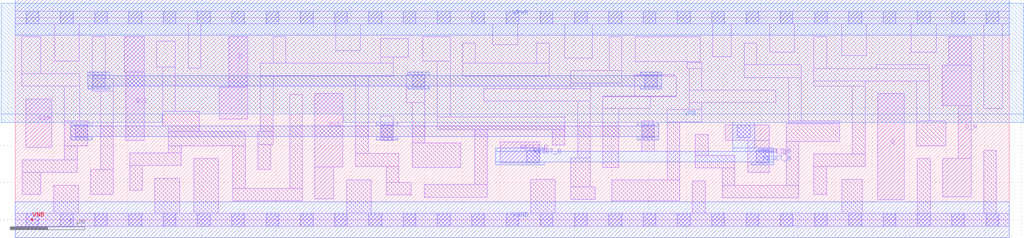
<source format=lef>
# Copyright 2020 The SkyWater PDK Authors
#
# Licensed under the Apache License, Version 2.0 (the "License");
# you may not use this file except in compliance with the License.
# You may obtain a copy of the License at
#
#     https://www.apache.org/licenses/LICENSE-2.0
#
# Unless required by applicable law or agreed to in writing, software
# distributed under the License is distributed on an "AS IS" BASIS,
# WITHOUT WARRANTIES OR CONDITIONS OF ANY KIND, either express or implied.
# See the License for the specific language governing permissions and
# limitations under the License.
#
# SPDX-License-Identifier: Apache-2.0

VERSION 5.7 ;
  NOWIREEXTENSIONATPIN ON ;
  DIVIDERCHAR "/" ;
  BUSBITCHARS "[]" ;
MACRO sky130_fd_sc_hd__sdfrbp_2
  CLASS CORE ;
  FOREIGN sky130_fd_sc_hd__sdfrbp_2 ;
  ORIGIN  0.000000  0.000000 ;
  SIZE  13.34000 BY  2.720000 ;
  SYMMETRY X Y R90 ;
  SITE unithd ;
  PIN D
    ANTENNAGATEAREA  0.144000 ;
    DIRECTION INPUT ;
    USE SIGNAL ;
    PORT
      LAYER li1 ;
        RECT 2.735000 1.355000 3.120000 1.785000 ;
        RECT 2.865000 1.785000 3.120000 2.465000 ;
    END
  END D
  PIN Q
    ANTENNADIFFAREA  0.511500 ;
    DIRECTION OUTPUT ;
    USE SIGNAL ;
    PORT
      LAYER li1 ;
        RECT 11.575000 0.265000 11.925000 1.695000 ;
    END
  END Q
  PIN Q_N
    ANTENNADIFFAREA  0.445500 ;
    DIRECTION OUTPUT ;
    USE SIGNAL ;
    PORT
      LAYER li1 ;
        RECT 12.435000 1.535000 12.825000 2.080000 ;
        RECT 12.445000 0.310000 12.825000 0.825000 ;
        RECT 12.525000 2.080000 12.825000 2.465000 ;
        RECT 12.655000 0.825000 12.825000 1.535000 ;
    END
  END Q_N
  PIN RESET_B
    ANTENNAGATEAREA  0.252000 ;
    DIRECTION INPUT ;
    USE SIGNAL ;
    PORT
      LAYER li1 ;
        RECT 6.505000 0.765000 7.035000 1.045000 ;
      LAYER mcon ;
        RECT 6.865000 0.765000 7.035000 0.935000 ;
    END
    PORT
      LAYER li1 ;
        RECT 9.525000 1.065000 10.115000 1.275000 ;
        RECT 9.825000 0.635000 10.115000 1.065000 ;
      LAYER mcon ;
        RECT 9.690000 1.105000  9.860000 1.275000 ;
        RECT 9.945000 0.765000 10.115000 0.935000 ;
    END
    PORT
      LAYER met1 ;
        RECT 6.445000 0.735000  7.095000 0.780000 ;
        RECT 6.445000 0.780000 10.175000 0.920000 ;
        RECT 6.445000 0.920000  7.095000 0.965000 ;
        RECT 9.630000 0.920000 10.175000 0.965000 ;
        RECT 9.630000 0.965000  9.920000 1.305000 ;
        RECT 9.885000 0.735000 10.175000 0.780000 ;
    END
  END RESET_B
  PIN SCD
    ANTENNAGATEAREA  0.156600 ;
    DIRECTION INPUT ;
    USE SIGNAL ;
    PORT
      LAYER li1 ;
        RECT 4.020000 0.285000 4.275000 0.710000 ;
        RECT 4.020000 0.710000 4.395000 1.700000 ;
    END
  END SCD
  PIN SCE
    ANTENNAGATEAREA  0.435000 ;
    DIRECTION INPUT ;
    USE SIGNAL ;
    PORT
      LAYER li1 ;
        RECT 1.465000 1.985000 1.730000 2.465000 ;
        RECT 1.485000 1.070000 1.730000 1.985000 ;
    END
  END SCE
  PIN CLK
    ANTENNAGATEAREA  0.247500 ;
    DIRECTION INPUT ;
    USE CLOCK ;
    PORT
      LAYER li1 ;
        RECT 0.140000 0.975000 0.490000 1.625000 ;
    END
  END CLK
  PIN VGND
    DIRECTION INOUT ;
    SHAPE ABUTMENT ;
    USE GROUND ;
    PORT
      LAYER met1 ;
        RECT 0.000000 -0.240000 13.340000 0.240000 ;
    END
  END VGND
  PIN VNB
    DIRECTION INOUT ;
    USE GROUND ;
    PORT
      LAYER pwell ;
        RECT 0.215000 -0.010000 0.235000 0.015000 ;
    END
  END VNB
  PIN VPB
    DIRECTION INOUT ;
    USE POWER ;
    PORT
      LAYER nwell ;
        RECT -0.190000 1.305000  1.970000 1.425000 ;
        RECT -0.190000 1.425000 13.530000 2.910000 ;
        RECT  4.405000 1.305000 13.530000 1.425000 ;
    END
  END VPB
  PIN VPWR
    DIRECTION INOUT ;
    SHAPE ABUTMENT ;
    USE POWER ;
    PORT
      LAYER met1 ;
        RECT 0.000000 2.480000 13.340000 2.960000 ;
    END
  END VPWR
  OBS
    LAYER li1 ;
      RECT  0.000000 -0.085000 13.340000 0.085000 ;
      RECT  0.000000  2.635000 13.340000 2.805000 ;
      RECT  0.090000  1.795000  0.865000 1.965000 ;
      RECT  0.090000  1.965000  0.345000 2.465000 ;
      RECT  0.095000  0.345000  0.345000 0.635000 ;
      RECT  0.095000  0.635000  0.835000 0.805000 ;
      RECT  0.515000  0.085000  0.845000 0.465000 ;
      RECT  0.530000  2.135000  0.860000 2.635000 ;
      RECT  0.660000  0.805000  0.835000 0.995000 ;
      RECT  0.660000  0.995000  0.975000 1.325000 ;
      RECT  0.660000  1.325000  0.865000 1.795000 ;
      RECT  1.015000  0.345000  1.315000 0.675000 ;
      RECT  1.035000  1.730000  1.315000 1.900000 ;
      RECT  1.035000  1.900000  1.205000 2.465000 ;
      RECT  1.145000  0.675000  1.315000 1.730000 ;
      RECT  1.535000  0.395000  1.705000 0.730000 ;
      RECT  1.535000  0.730000  2.225000 0.900000 ;
      RECT  1.875000  0.085000  2.205000 0.560000 ;
      RECT  1.900000  2.055000  2.150000 2.400000 ;
      RECT  1.980000  1.260000  2.470000 1.455000 ;
      RECT  1.980000  1.455000  2.150000 2.055000 ;
      RECT  2.055000  0.900000  2.225000 0.995000 ;
      RECT  2.055000  0.995000  3.085000 1.185000 ;
      RECT  2.055000  1.185000  2.470000 1.260000 ;
      RECT  2.320000  2.040000  2.490000 2.635000 ;
      RECT  2.395000  0.085000  2.725000 0.825000 ;
      RECT  2.915000  0.255000  3.850000 0.425000 ;
      RECT  2.915000  0.425000  3.085000 0.995000 ;
      RECT  3.255000  0.675000  3.425000 1.015000 ;
      RECT  3.255000  1.015000  3.460000 1.185000 ;
      RECT  3.290000  1.185000  3.460000 1.935000 ;
      RECT  3.290000  1.935000  5.075000 2.105000 ;
      RECT  3.460000  2.105000  3.630000 2.465000 ;
      RECT  3.680000  0.425000  3.850000 1.685000 ;
      RECT  4.300000  2.275000  4.630000 2.635000 ;
      RECT  4.445000  0.085000  4.775000 0.540000 ;
      RECT  4.565000  0.715000  5.145000 0.895000 ;
      RECT  4.565000  0.895000  4.735000 1.935000 ;
      RECT  4.905000  1.065000  5.075000 1.395000 ;
      RECT  4.905000  2.105000  5.075000 2.185000 ;
      RECT  4.905000  2.185000  5.275000 2.435000 ;
      RECT  4.975000  0.335000  5.315000 0.505000 ;
      RECT  4.975000  0.505000  5.145000 0.715000 ;
      RECT  5.245000  1.575000  5.495000 1.955000 ;
      RECT  5.325000  0.705000  5.975000 1.035000 ;
      RECT  5.325000  1.035000  5.495000 1.575000 ;
      RECT  5.470000  2.135000  5.835000 2.465000 ;
      RECT  5.485000  0.305000  6.335000 0.475000 ;
      RECT  5.665000  1.215000  7.375000 1.385000 ;
      RECT  5.665000  1.385000  5.835000 2.135000 ;
      RECT  6.005000  1.935000  7.165000 2.105000 ;
      RECT  6.005000  2.105000  6.175000 2.375000 ;
      RECT  6.165000  0.475000  6.335000 1.215000 ;
      RECT  6.285000  1.595000  7.715000 1.765000 ;
      RECT  6.410000  2.355000  6.740000 2.635000 ;
      RECT  6.915000  0.085000  7.245000 0.545000 ;
      RECT  6.995000  2.105000  7.165000 2.375000 ;
      RECT  7.205000  1.005000  7.375000 1.215000 ;
      RECT  7.375000  2.175000  7.745000 2.635000 ;
      RECT  7.455000  0.275000  7.785000 0.445000 ;
      RECT  7.455000  0.445000  7.715000 0.835000 ;
      RECT  7.455000  1.765000  7.715000 1.835000 ;
      RECT  7.455000  1.835000  8.140000 2.005000 ;
      RECT  7.545000  0.835000  7.715000 1.595000 ;
      RECT  7.885000  0.705000  8.095000 1.495000 ;
      RECT  7.885000  1.495000  8.520000 1.655000 ;
      RECT  7.885000  1.655000  8.870000 1.665000 ;
      RECT  7.970000  2.005000  8.140000 2.465000 ;
      RECT  8.005000  0.255000  8.915000 0.535000 ;
      RECT  8.310000  1.665000  8.870000 1.935000 ;
      RECT  8.310000  1.935000  8.840000 1.955000 ;
      RECT  8.320000  2.125000  9.190000 2.465000 ;
      RECT  8.405000  0.920000  8.575000 1.325000 ;
      RECT  8.745000  0.535000  8.915000 1.315000 ;
      RECT  8.745000  1.315000  9.210000 1.485000 ;
      RECT  9.015000  2.035000  9.210000 2.115000 ;
      RECT  9.015000  2.115000  9.190000 2.125000 ;
      RECT  9.040000  1.485000  9.210000 1.575000 ;
      RECT  9.040000  1.575000 10.205000 1.745000 ;
      RECT  9.040000  1.745000  9.210000 2.035000 ;
      RECT  9.085000  0.085000  9.255000 0.525000 ;
      RECT  9.125000  0.695000  9.655000 0.865000 ;
      RECT  9.125000  0.865000  9.295000 1.145000 ;
      RECT  9.360000  2.195000  9.610000 2.635000 ;
      RECT  9.485000  0.295000 10.515000 0.465000 ;
      RECT  9.485000  0.465000  9.655000 0.695000 ;
      RECT  9.780000  1.915000 10.545000 2.085000 ;
      RECT  9.780000  2.085000  9.950000 2.375000 ;
      RECT 10.120000  2.255000 10.450000 2.635000 ;
      RECT 10.345000  0.465000 10.515000 1.055000 ;
      RECT 10.345000  1.055000 11.060000 1.295000 ;
      RECT 10.375000  1.295000 11.060000 1.325000 ;
      RECT 10.375000  1.325000 10.545000 1.915000 ;
      RECT 10.715000  0.345000 10.885000 0.715000 ;
      RECT 10.715000  0.715000 11.405000 0.885000 ;
      RECT 10.715000  1.795000 11.405000 1.865000 ;
      RECT 10.715000  1.865000 12.265000 2.035000 ;
      RECT 10.715000  2.035000 10.890000 2.465000 ;
      RECT 11.090000  0.085000 11.365000 0.545000 ;
      RECT 11.090000  2.205000 11.420000 2.635000 ;
      RECT 11.230000  0.885000 11.405000 1.795000 ;
      RECT 11.550000  2.035000 12.265000 2.085000 ;
      RECT 12.025000  2.255000 12.355000 2.635000 ;
      RECT 12.095000  0.995000 12.485000 1.325000 ;
      RECT 12.095000  1.325000 12.265000 1.865000 ;
      RECT 12.105000  0.085000 12.275000 0.825000 ;
      RECT 12.995000  0.085000 13.165000 0.930000 ;
      RECT 12.995000  1.495000 13.245000 2.635000 ;
    LAYER mcon ;
      RECT  0.145000 -0.085000  0.315000 0.085000 ;
      RECT  0.145000  2.635000  0.315000 2.805000 ;
      RECT  0.605000 -0.085000  0.775000 0.085000 ;
      RECT  0.605000  2.635000  0.775000 2.805000 ;
      RECT  0.805000  1.105000  0.975000 1.275000 ;
      RECT  1.035000  1.785000  1.205000 1.955000 ;
      RECT  1.065000 -0.085000  1.235000 0.085000 ;
      RECT  1.065000  2.635000  1.235000 2.805000 ;
      RECT  1.525000 -0.085000  1.695000 0.085000 ;
      RECT  1.525000  2.635000  1.695000 2.805000 ;
      RECT  1.985000 -0.085000  2.155000 0.085000 ;
      RECT  1.985000  2.635000  2.155000 2.805000 ;
      RECT  2.445000 -0.085000  2.615000 0.085000 ;
      RECT  2.445000  2.635000  2.615000 2.805000 ;
      RECT  2.905000 -0.085000  3.075000 0.085000 ;
      RECT  2.905000  2.635000  3.075000 2.805000 ;
      RECT  3.365000 -0.085000  3.535000 0.085000 ;
      RECT  3.365000  2.635000  3.535000 2.805000 ;
      RECT  3.825000 -0.085000  3.995000 0.085000 ;
      RECT  3.825000  2.635000  3.995000 2.805000 ;
      RECT  4.285000 -0.085000  4.455000 0.085000 ;
      RECT  4.285000  2.635000  4.455000 2.805000 ;
      RECT  4.745000 -0.085000  4.915000 0.085000 ;
      RECT  4.745000  2.635000  4.915000 2.805000 ;
      RECT  4.905000  1.105000  5.075000 1.275000 ;
      RECT  5.205000 -0.085000  5.375000 0.085000 ;
      RECT  5.205000  2.635000  5.375000 2.805000 ;
      RECT  5.325000  1.785000  5.495000 1.955000 ;
      RECT  5.665000 -0.085000  5.835000 0.085000 ;
      RECT  5.665000  2.635000  5.835000 2.805000 ;
      RECT  6.125000 -0.085000  6.295000 0.085000 ;
      RECT  6.125000  2.635000  6.295000 2.805000 ;
      RECT  6.585000 -0.085000  6.755000 0.085000 ;
      RECT  6.585000  2.635000  6.755000 2.805000 ;
      RECT  7.045000 -0.085000  7.215000 0.085000 ;
      RECT  7.045000  2.635000  7.215000 2.805000 ;
      RECT  7.505000 -0.085000  7.675000 0.085000 ;
      RECT  7.505000  2.635000  7.675000 2.805000 ;
      RECT  7.965000 -0.085000  8.135000 0.085000 ;
      RECT  7.965000  2.635000  8.135000 2.805000 ;
      RECT  8.405000  1.105000  8.575000 1.275000 ;
      RECT  8.425000 -0.085000  8.595000 0.085000 ;
      RECT  8.425000  2.635000  8.595000 2.805000 ;
      RECT  8.445000  1.785000  8.615000 1.955000 ;
      RECT  8.885000 -0.085000  9.055000 0.085000 ;
      RECT  8.885000  2.635000  9.055000 2.805000 ;
      RECT  9.345000 -0.085000  9.515000 0.085000 ;
      RECT  9.345000  2.635000  9.515000 2.805000 ;
      RECT  9.805000 -0.085000  9.975000 0.085000 ;
      RECT  9.805000  2.635000  9.975000 2.805000 ;
      RECT 10.265000 -0.085000 10.435000 0.085000 ;
      RECT 10.265000  2.635000 10.435000 2.805000 ;
      RECT 10.725000 -0.085000 10.895000 0.085000 ;
      RECT 10.725000  2.635000 10.895000 2.805000 ;
      RECT 11.185000 -0.085000 11.355000 0.085000 ;
      RECT 11.185000  2.635000 11.355000 2.805000 ;
      RECT 11.645000 -0.085000 11.815000 0.085000 ;
      RECT 11.645000  2.635000 11.815000 2.805000 ;
      RECT 12.105000 -0.085000 12.275000 0.085000 ;
      RECT 12.105000  2.635000 12.275000 2.805000 ;
      RECT 12.565000 -0.085000 12.735000 0.085000 ;
      RECT 12.565000  2.635000 12.735000 2.805000 ;
      RECT 13.025000 -0.085000 13.195000 0.085000 ;
      RECT 13.025000  2.635000 13.195000 2.805000 ;
    LAYER met1 ;
      RECT 0.745000 1.075000 1.035000 1.120000 ;
      RECT 0.745000 1.120000 8.635000 1.260000 ;
      RECT 0.745000 1.260000 1.035000 1.305000 ;
      RECT 0.970000 1.755000 1.270000 1.800000 ;
      RECT 0.970000 1.800000 8.675000 1.940000 ;
      RECT 0.970000 1.940000 1.270000 1.985000 ;
      RECT 4.845000 1.075000 5.135000 1.120000 ;
      RECT 4.845000 1.260000 5.135000 1.305000 ;
      RECT 5.265000 1.755000 5.555000 1.800000 ;
      RECT 5.265000 1.940000 5.555000 1.985000 ;
      RECT 8.345000 1.075000 8.635000 1.120000 ;
      RECT 8.345000 1.260000 8.635000 1.305000 ;
      RECT 8.385000 1.755000 8.675000 1.800000 ;
      RECT 8.385000 1.940000 8.675000 1.985000 ;
  END
END sky130_fd_sc_hd__sdfrbp_2
END LIBRARY

</source>
